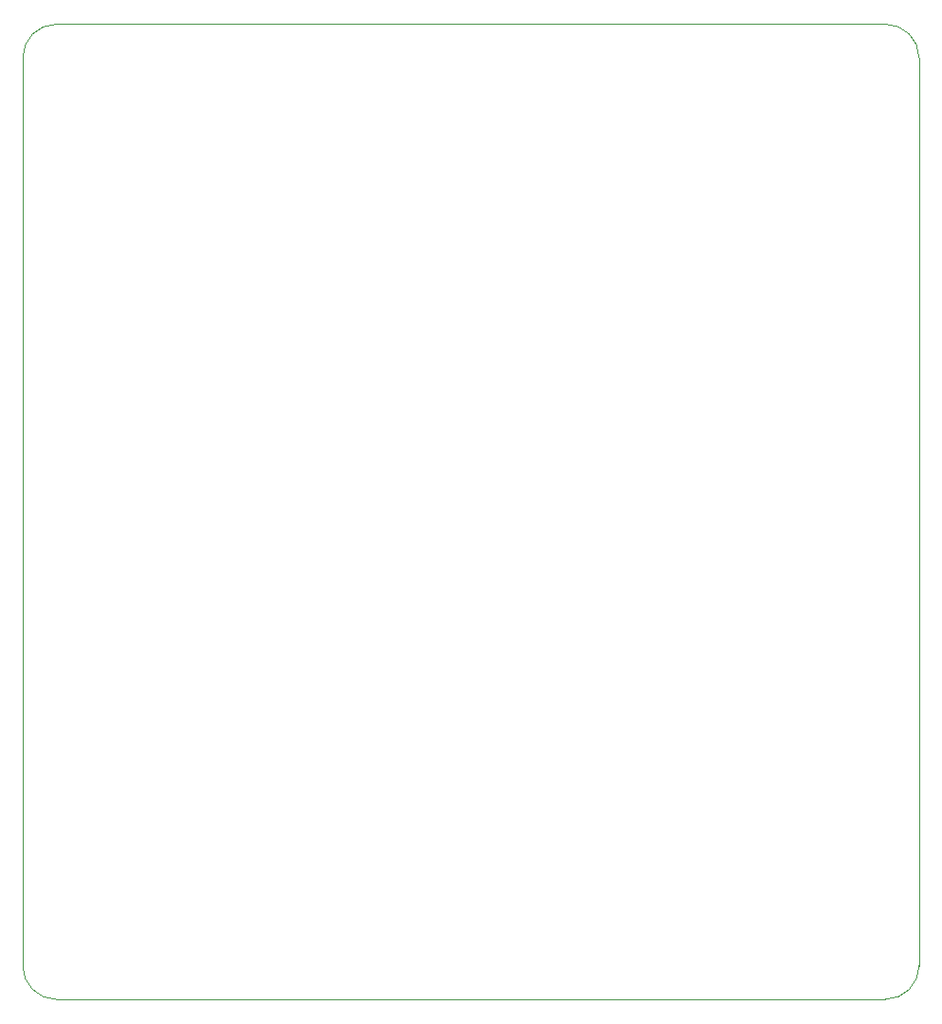
<source format=gm1>
G04 #@! TF.GenerationSoftware,KiCad,Pcbnew,(5.1.4)-1*
G04 #@! TF.CreationDate,2020-12-09T14:49:47+03:00*
G04 #@! TF.ProjectId,charge_block,63686172-6765-45f6-926c-6f636b2e6b69,rev?*
G04 #@! TF.SameCoordinates,Original*
G04 #@! TF.FileFunction,Profile,NP*
%FSLAX46Y46*%
G04 Gerber Fmt 4.6, Leading zero omitted, Abs format (unit mm)*
G04 Created by KiCad (PCBNEW (5.1.4)-1) date 2020-12-09 14:49:47*
%MOMM*%
%LPD*%
G04 APERTURE LIST*
%ADD10C,0.050000*%
G04 APERTURE END LIST*
D10*
X118000000Y-52000000D02*
G75*
G02X121000000Y-49000000I3000000J0D01*
G01*
X195000000Y-49000000D02*
G75*
G02X198000000Y-52000000I0J-3000000D01*
G01*
X198000000Y-133000000D02*
G75*
G02X195000000Y-136000000I-3000000J0D01*
G01*
X121000000Y-136000000D02*
G75*
G02X118000000Y-133000000I0J3000000D01*
G01*
X121000000Y-136000000D02*
X195000000Y-136000000D01*
X118000000Y-52000000D02*
X118000000Y-133000000D01*
X195000000Y-49000000D02*
X121000000Y-49000000D01*
X198000000Y-133000000D02*
X198000000Y-52000000D01*
M02*

</source>
